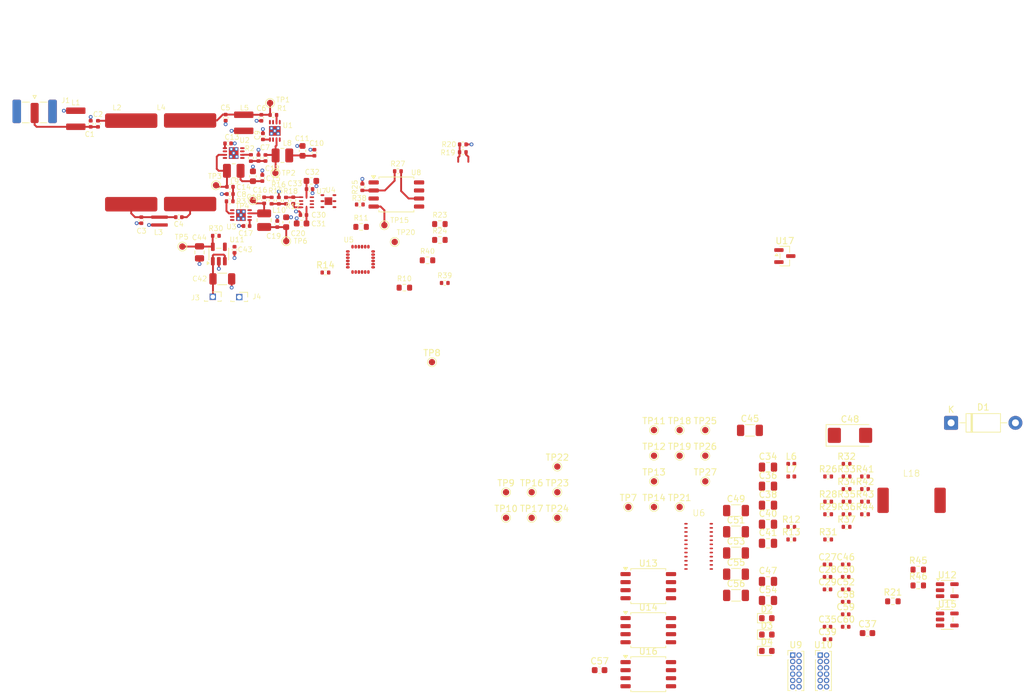
<source format=kicad_pcb>
(kicad_pcb (version 20241229) (generator "pcbnew") (generator_version "9.0")
  (layers (0 "F.Cu" signal) (4 "In1.Cu" signal) (6 "In2.Cu" signal) (2 "B.Cu" signal) (13 "F.Paste" user) (15 "B.Paste" user) (5 "F.SilkS" user "F.Silkscreen") (7 "B.SilkS" user "B.Silkscreen") (1 "F.Mask" user) (3 "B.Mask" user) (25 "Edge.Cuts" user))
  (net 0 "")
  (net 1 "Net-(J1-In)")
  (net 2 "GND")
  (net 3 "Net-(C2-Pad1)")
  (net 4 "Net-(C3-Pad1)")
  (net 5 "Net-(C4-Pad2)")
  (net 6 "Net-(C5-Pad1)")
  (net 7 "Net-(C12-Pad2)")
  (net 8 "Net-(C14-Pad2)")
  (net 9 "Net-(U1-CLIN)")
  (net 10 "5V_LNA")
  (net 11 "Net-(U1-RFOUT)")
  (net 12 "Net-(U2-CLIN)")
  (net 13 "Net-(U2-RFOUT)")
  (net 14 "Net-(U3-CLIN)")
  (net 15 "Net-(C18-Pad2)")
  (net 16 "Net-(U3-RFOUT)")
  (net 17 "Net-(U5-CC)")
  (net 18 "Net-(U5-RFOUTA)")
  (net 19 "Net-(U4-LO1)")
  (net 20 "Net-(U5-RFOUTB)")
  (net 21 "Net-(U4-LO2)")
  (net 22 "2.5V_DiffAmp")
  (net 23 "-2.5V_DiffAmp")
  (net 24 "Net-(U5-CN)")
  (net 25 "3.3V_PMOD")
  (net 26 "PLL_VTUNE")
  (net 27 "5V_ADC")
  (net 28 "Net-(U5-CP)")
  (net 29 "Net-(C37-Pad1)")
  (net 30 "Net-(U6-VBIAS)")
  (net 31 "VIN")
  (net 32 "Net-(U11-BP)")
  (net 33 "Net-(U11-VOUT)")
  (net 34 "Net-(U12-BP)")
  (net 35 "Net-(U12-VOUT)")
  (net 36 "Net-(U14-VREF)")
  (net 37 "Net-(U14-CC)")
  (net 38 "-5V_OPAMP")
  (net 39 "Net-(U15-BP)")
  (net 40 "Net-(U15-VOUT)")
  (net 41 "Net-(U16-CAP-)")
  (net 42 "Net-(U16-CAP+)")
  (net 43 "Net-(U8-+IN)")
  (net 44 "Net-(U13-+IN)")
  (net 45 "Net-(D1-K)")
  (net 46 "Net-(D2-A)")
  (net 47 "Net-(D3-A)")
  (net 48 "Net-(D4-A)")
  (net 49 "Net-(U5-L1)")
  (net 50 "Net-(U5-L2)")
  (net 51 "Net-(U1-RFIN)")
  (net 52 "Net-(U2-RFIN)")
  (net 53 "Net-(U3-RFIN)")
  (net 54 "Net-(U4-IF1)")
  (net 55 "Net-(R10-Pad2)")
  (net 56 "Net-(R11-Pad2)")
  (net 57 "Net-(U5-RSET)")
  (net 58 "Net-(R15-Pad2)")
  (net 59 "DIFF_IN-")
  (net 60 "DIFF_OUTP")
  (net 61 "DIFF_OUTN")
  (net 62 "Net-(U7-IN+)")
  (net 63 "Net-(R23-Pad2)")
  (net 64 "Net-(U4-IF2)")
  (net 65 "Net-(R24-Pad2)")
  (net 66 "Net-(U8--IN)")
  (net 67 "Net-(U8-VOUT)")
  (net 68 "Net-(U6-AIN+)")
  (net 69 "Net-(U13--IN)")
  (net 70 "Net-(U13-VOUT)")
  (net 71 "Net-(U6-AIN-)")
  (net 72 "Net-(U14-SS)")
  (net 73 "Net-(U16-FB)")
  (net 74 "2.5VREF")
  (net 90 "PLL_REF")
  (net 91 "PLL_DIVOUT")
  (net 92 "PLL_CLK")
  (net 93 "PLL_DATA")
  (net 94 "PLL_LE")
  (net 95 "PLL_LD")
  (net 96 "ADC_D1")
  (net 98 "ADC_D6")
  (net 99 "ADC_D3")
  (net 100 "Net-(U6-CLK)")
  (net 102 "ADC_D5")
  (net 103 "ADC_D2")
  (net 104 "ADC_D7")
  (net 106 "ADC_D4")
  (net 114 "5V_OPAMP")
  (footprint "Package_SO:SOIC-8_5.3x5.3mm_P1.27mm" (layer "F.Cu") (at 114.2 96.715)
    (property "Reference" "U14")
    (property "Value" "MAX 735" (hide yes))
  )
  (footprint "Resistor_SMD:R_0402_1005Metric" (layer "F.Cu") (at 136.78 80.39)
    (property "Reference" "R12")
    (property "Value" "4.7kR" (hide yes))
  )
  (footprint "Package_SO:SOIC-8_5.3x5.3mm_P1.27mm" (layer "F.Cu") (at 114.2 89.76)
    (property "Reference" "U13")
    (property "Value" "LT1363" (hide yes))
  )
  (footprint "TestPoint:TestPoint_Pad_D1.0mm" (layer "F.Cu") (at 99.835 78.965)
    (property "Reference" "TP24")
    (property "Value" "TestPoint" (hide yes))
  )
  (footprint "Resistor_SMD:R_0603_1608Metric" (layer "F.Cu") (at 68.85 32.99)
    (property "Reference" "R11")
    (property "Value" "22R" (hide yes))
  )
  (footprint "Capacitor_SMD:C_0805_2012Metric" (layer "F.Cu") (at 133.1 89.01)
    (property "Reference" "C47")
    (property "Value" "10u_16V" (hide yes))
  )
  (footprint "Capacitor_SMD:C_0402_1005Metric" (layer "F.Cu") (at 47.46 15.72 -90)
    (property "Reference" "C5")
    (property "Value" "75p_50V" (hide yes))
  )
  (footprint "Connector_PinHeader_1.00mm:PinHeader_2x06_P1.00mm_Vertical" (layer "F.Cu") (at 137 100.66)
    (property "Reference" "U9")
    (property "Value" "PMOD 2x6" (hide yes))
  )
  (footprint "Resistor_SMD:R_0402_1005Metric" (layer "F.Cu") (at 142.6 72.43)
    (property "Reference" "R26")
    (property "Value" "0R" (hide yes))
  )
  (footprint "Inductor_SMD:L_1008_2520Metric" (layer "F.Cu") (at 53.54 31.93 -90)
    (property "Reference" "L10")
    (property "Value" "470n" (hide yes))
  )
  (footprint "TestPoint:TestPoint_Pad_D1.0mm" (layer "F.Cu") (at 119.15 69.15)
    (property "Reference" "TP19")
    (property "Value" "TestPoint" (hide yes))
  )
  (footprint "Capacitor_SMD:C_0402_1005Metric" (layer "F.Cu") (at 50.77 32.85 180)
    (property "Reference" "C17")
    (property "Value" "1n_50V" (hide yes))
  )
  (footprint "Resistor_SMD:R_0402_1005Metric" (layer "F.Cu") (at 142.6 78.4)
    (property "Reference" "R29")
    (property "Value" "50R" (hide yes))
  )
  (footprint "Resistor_SMD:R_0402_1005Metric" (layer "F.Cu") (at 56.99 28.84 90)
    (property "Reference" "R17")
    (property "Value" "976R" (hide yes))
  )
  (footprint "Capacitor_SMD:C_0805_2012Metric" (layer "F.Cu") (at 133.1 79.98)
    (property "Reference" "C40")
    (property "Value" "10uF" (hide yes))
  )
  (footprint "TheEEView_Footprint_Lib:1111SQ-36N" (layer "F.Cu") (at 50.32 16.54 -90)
    (property "Reference" "L5")
    (property "Value" "36n" (hide yes))
  )
  (footprint "Resistor_SMD:R_0402_1005Metric" (layer "F.Cu") (at 84.92 19.955)
    (property "Reference" "R20")
    (property "Value" "1kR" (hide yes))
  )
  (footprint "TheEEView_Footprint_Lib:ADL5531" (layer "F.Cu") (at 48.725 21.325 180)
    (property "Reference" "U2")
    (property "Value" "ADL5531" (hide yes))
  )
  (footprint "TestPoint:TestPoint_Pad_D1.0mm" (layer "F.Cu") (at 123.2 69.15)
    (property "Reference" "TP26")
    (property "Value" "TestPoint" (hide yes))
  )
  (footprint "Resistor_SMD:R_0402_1005Metric" (layer "F.Cu") (at 142.6 76.41)
    (property "Reference" "R28")
    (property "Value" "50R" (hide yes))
  )
  (footprint "Capacitor_SMD:C_0402_1005Metric" (layer "F.Cu") (at 53.25 25.275 90)
    (property "Reference" "C15")
    (property "Value" "10n_25V" (hide yes))
  )
  (footprint "Resistor_SMD:R_0603_1608Metric" (layer "F.Cu") (at 79.335 38.27)
    (property "Reference" "R40")
    (property "Value" "50R" (hide yes))
  )
  (footprint "Resistor_SMD:R_0402_1005Metric" (layer "F.Cu") (at 63.22 40.2)
    (property "Reference" "R14")
    (property "Value" "51R" (hide yes))
  )
  (footprint "Resistor_SMD:R_0402_1005Metric" (layer "F.Cu") (at 145.51 72.43)
    (property "Reference" "R33")
    (property "Value" "130k" (hide yes))
  )
  (footprint "Inductor_SMD:L_1008_2520Metric" (layer "F.Cu") (at 56.425 21.7)
    (property "Reference" "L8")
    (property "Value" "470n" (hide yes))
  )
  (footprint "TestPoint:TestPoint_Pad_D1.0mm" (layer "F.Cu") (at 95.785 74.915)
    (property "Reference" "TP16")
    (property "Value" "~" (hide yes))
  )
  (footprint "Capacitor_SMD:C_0402_1005Metric" (layer "F.Cu") (at 26.15 16.7 90)
    (property "Reference" "C1")
    (property "Value" "75p_50V" (hide yes))
  )
  (footprint "Capacitor_SMD:C_0805_2012Metric" (layer "F.Cu") (at 133.1 82.99)
    (property "Reference" "C41")
    (property "Value" "10uF" (hide yes))
  )
  (footprint "Capacitor_SMD:C_0402_1005Metric" (layer "F.Cu") (at 61.475 21.275 90)
    (property "Reference" "C10")
    (property "Value" "10n_25V" (hide yes))
  )
  (footprint "Resistor_SMD:R_0402_1005Metric" (layer "F.Cu") (at 142.6 82.38)
    (property "Reference" "R31")
    (property "Value" "0R" (hide yes))
  )
  (footprint "TheEEView_Footprint_Lib:LTC1406" (layer "F.Cu") (at 122.15 83.475)
    (property "Reference" "U6")
    (property "Value" "LTC1406" (hide yes))
  )
  (footprint "TheEEView_Footprint_Lib:1111SQ-36N" (layer "F.Cu") (at 23.8 15.9 90)
    (property "Reference" "L1")
    (property "Value" "36n" (hide yes))
  )
  (footprint "Resistor_SMD:R_0402_1005Metric" (layer "F.Cu") (at 48.1 28.95 180)
    (property "Reference" "R3")
    (property "Value" "0R" (hide yes))
  )
  (footprint "Capacitor_SMD:C_0805_2012Metric" (layer "F.Cu") (at 133.1 70.95)
    (property "Reference" "C34")
    (property "Value" "10uF" (hide yes))
  )
  (footprint "Resistor_SMD:R_0402_1005Metric" (layer "F.Cu") (at 145.51 74.42)
    (property "Reference" "R34")
    (property "Value" "300k" (hide yes))
  )
  (footprint "Capacitor_SMD:C_0402_1005Metric" (layer "F.Cu") (at 27.3 16.7 -90)
    (property "Reference" "C2")
    (property "Value" "5p1_50V" (hide yes))
  )
  (footprint "Package_SO:SOIC-8_5.3x5.3mm_P1.27mm" (layer "F.Cu") (at 74.42 27.87)
    (property "Reference" "U8")
    (property "Value" "LT1363" (hide yes))
  )
  (footprint "TestPoint:TestPoint_Pad_D1.0mm" (layer "F.Cu") (at 119.15 65.1)
    (property "Reference" "TP18")
    (property "Value" "TestPoint" (hide yes))
  )
  (footprint "Capacitor_SMD:C_0402_1005Metric" (layer "F.Cu") (at 48.86 36.6025 90)
    (property "Reference" "C43")
    (property "Value" "10n_25V" (hide yes))
  )
  (footprint "TheEEView_Footprint_Lib:ADL5531" (layer "F.Cu") (at 55.225 17.82 -90)
    (property "Reference" "U1")
    (property "Value" "ADL5531" (hide yes))
  )
  (footprint "TheEEView_Footprint_Lib:ADF4360-9" (layer "F.Cu") (at 68.75 38.12)
    (property "Reference" "U5")
    (property "Value" "ADF4360-9" (hide yes))
  )
  (footprint "Capacitor_SMD:C_0402_1005Metric" (layer "F.Cu") (at 142.5 96.18)
    (property "Reference" "C35")
    (property "Value" "56pF" (hide yes))
  )
  (footprint "Package_TO_SOT_SMD:SOT-23" (layer "F.Cu") (at 135.7625 37.6)
    (property "Reference" "U17")
    (property "Value" "MAX6102" (hide yes))
  )
  (footprint "TestPoint:TestPoint_Pad_D1.0mm" (layer "F.Cu") (at 74.16 35.37)
    (property "Reference" "TP20")
    (property "Value" "TestPoint" (hide yes))
  )
  (footprint "TheEEView_Footprint_Lib:ADL5531" (layer "F.Cu") (at 49.875 31.125)
    (property "Reference" "U3")
    (property "Value" "ADL5531" (hide yes))
  )
  (footprint "Capacitor_SMD:C_0402_1005Metric" (layer "F.Cu") (at 40.06 31.45)
    (property "Reference" "C4")
    (property "Value" "5p1_50V" (hide yes))
  )
  (footprint "Inductor_SMD:L_0402_1005Metric" (layer "F.Cu") (at 136.78 72.43)
    (property "Reference" "L7")
    (property "Value" "250n" (hide yes))
  )
  (footprint "Resistor_SMD:R_0402_1005Metric" (layer "F.Cu") (at 136.78 82.38)
    (property "Reference" "R13")
    (property "Value" "51R" (hide yes))
  )
  (footprint "Capacitor_SMD:C_0402_1005Metric" (layer "F.Cu") (at 145.37 86.33)
    (property "Reference" "C46")
    (property "Value" "10n_25V" (hide yes))
  )
  (footprint "Capacitor_SMD:C_0402_1005Metric" (layer "F.Cu") (at 34.15 31.93 -90)
    (property "Reference" "C3")
    (property "Value" "240p_50V" (hide yes))
  )
  (footprint "LED_SMD:LED_0603_1608Metric" (layer "F.Cu") (at 132.92 100)
    (property "Reference" "D4")
    (property "Value" "LED" (hide yes))
  )
  (footprint "TestPoint:TestPoint_Pad_D1.0mm" (layer "F.Cu") (at 91.735 74.915)
    (property "Reference" "TP9")
    (property "Value" "TestPoint" (hide yes))
  )
  (footprint "TestPoint:TestPoint_Pad_D1.0mm" (layer "F.Cu") (at 119.15 77.25)
    (property "Reference" "TP21")
    (property "Value" "TestPoint" (hide yes))
  )
  (footprint "Resistor_SMD:R_0402_1005Metric" (layer "F.Cu") (at 51.45 22.1 90)
    (property "Reference" "R2")
    (property "Value" "0R" (hide yes))
  )
  (footprint "Capacitor_SMD:C_0603_1608Metric" (layer "F.Cu") (at 148.81 97.18)
    (property "Reference" "C37")
    (property "Value" "2.2nF" (hide yes))
  )
  (footprint "Capacitor_SMD:C_1206_3216Metric" (layer "F.Cu") (at 128.05 77.82)
    (property "Reference" "C49")
    (property "Value" "10uF" (hide yes))
  )
  (footprint "TestPoint:TestPoint_Pad_D1.0mm" (layer "F.Cu") (at 55.32 24.47)
    (property "Reference" "TP2")
    (property "Value" "TestPoint" (hide yes))
  )
  (footprint "Resistor_SMD:R_0402_1005Metric" (layer "F.Cu") (at 54.995 15.3)
    (property "Reference" "R1")
    (property "Value" "0R" (hide yes))
  )
  (footprint "Inductor_SMD:L_0402_1005Metric" (layer "F.Cu") (at 136.78 70.44)
    (property "Reference" "L6")
    (property "Value" "250n" (hide yes))
  )
  (footprint "Capacitor_SMD:C_0402_1005Metric" (layer "F.Cu") (at 60.71 27.01 180)
    (property "Reference" "C33")
    (property "Value" "0.1uF" (hide yes))
  )
  (footprint "Resistor_SMD:R_0603_1608Metric" (layer "F.Cu") (at 156.83 87.14)
    (property "Reference" "R45")
    (property "Value" "150R" (hide yes))
  )
  (footprint "TheEEView_Footprint_Lib:PE4140B-Z" (layer "F.Cu") (at 63.69 28.92)
    (property "Reference" "U4")
    (property "Value" "PE4140B-Z" (hide yes))
  )
  (footprint "TestPoint:TestPoint_Pad_D1.0mm" (layer "F.Cu") (at 115.1 73.2)
    (property "Reference" "TP13")
    (property "Value" "TestPoint" (hide yes))
  )
  (footprint "Capacitor_SMD:C_1206_3216Metric" (layer "F.Cu") (at 128.05 87.87)
    (property "Reference" "C55")
    (property "Value" "4.7uF" (hide yes))
  )
  (footprint "Resistor_SMD:R_0402_1005Metric" (layer "F.Cu") (at 45.9225 34.3975)
    (property "Reference" "R30")
    (property "Value" "0R" (hide yes))
  )
  (footprint "LED_SMD:LED_0603_1608Metric" (layer "F.Cu") (at 132.92 97.41)
    (property "Reference" "D3")
    (property "Value" "LED" (hide yes))
  )
  (footprint "TheEEView_Footprint_Lib:2929SQ-501GEC" (layer "F.Cu") (at 41.85 22.775 90)
    (property "Reference" "L4")
    (property "Value" "500n" (hide yes))
  )
  (footprint "TestPoint:TestPoint_Pad_D1.0mm" (layer "F.Cu") (at 40.6225 36.0975)
    (property "Reference" "TP5")
    (property "Value" "~" (hide yes))
  )
  (footprint "Capacitor_SMD:C_0402_1005Metric" (layer "F.Cu") (at 53.54 28.79 90)
    (property "Reference" "C18")
    (property "Value" "10n_25V" (hide yes))
  )
  (footprint "Capacitor_SMD:C_0805_2012Metric" (layer "F.Cu") (at 133.1 73.96)
    (property "Reference" "C36")
    (property "Value" "10uF" (hide yes))
  )
  (footprint "Capacitor_SMD:C_0603_1608Metric" (layer "F.Cu") (at 106.51 103.03)
    (property "Reference" "C57")
    (property "Value" "1uF" (hide yes))
  )
  (footprint "Package_SO:SOIC-8_5.3x5.3mm_P1.27mm" (layer "F.Cu") (at 114.2 103.67)
    (property "Reference" "U16")
    (property "Value" "MAX889SESA" (hide yes))
  )
  (footprint "Resistor_SMD:R_0603_1608Metric" (layer "F.Cu") (at 156.83 89.65)
    (property "Reference" "R46")
    (property "Value" "150R" (hide yes))
  )
  (footprint "Capacitor_SMD:C_0805_2012Metric" (layer "F.Cu") (at 43.335 37.01 90)
    (property "Reference" "C44")
    (property "Value" "10u_16V" (hide yes))
  )
  (footprint "Resistor_SMD:R_0603_1608Metric" (layer "F.Cu") (at 152.82 92.16)
    (property "Reference" "R21")
    (property "Value" "50R" (hide yes))
  )
  (footprint "Capacitor_SMD:C_0402_1005Metric" (layer "F.Cu") (at 53.1 15.75 -90)
    (property "Reference" "C6")
    (property "Value" "5p1_50V" (hide yes))
  )
  (footprint "Capacitor_SMD:C_0603_1608Metric" (layer "F.Cu") (at 57.015 32.245 90)
    (property "Reference" "C20")
    (property "Value" "1u_16V" (hide yes))
  )
  (footprint "Capacitor_SMD:C_0402_1005Metric" (layer "F.Cu") (at 47.84 19.8)
    (property "Reference" "C13")
    (property "Value" "1n_50V" (hide yes))
  )
  (footprint "Capacitor_SMD:C_0402_1005Metric" (layer "F.Cu") (at 145.37 90.27)
    (property "Reference" "C52")
    (property "Value" "10n_25V" (hide yes))
  )
  (footprint "TestPoint:TestPoint_Pad_D1.0mm" (layer "F.Cu") (at 54.48 13.41)
    (property "Reference" "TP1")
    (property "Value" "TestPoint" (hide yes))
  )
  (footprint "Resistor_SMD:R_0402_1005Metric" (layer "F.Cu") (at 145.51 78.4)
    (property "Reference" "R36")
    (property "Value" "100k" (hide yes))
  )
  (footprint "Resistor_SMD:R_0402_1005Metric" (layer "F.Cu") (at 55.86 28.84 -90)
    (property "Reference" "R16")
    (property "Value" "51.1R" (hide yes))
  )
  (footprint "Package_TO_SOT_SMD:SOT-23-5" (layer "F.Cu") (at 46.385 37.2725 90)
    (property "Reference" "U11")
    (property "Value" "LP2985-5.0" (hide yes))
  )
  (footprint "Resistor_SMD:R_0402_1005Metric" (layer "F.Cu") (at 58.14 28.81 90)
    (property "Reference" "R18")
    (property "Value" "1kR" (hide yes))
  )
  (footprint "Resistor_SMD:R_0402_1005Metric" (layer "F.Cu") (at 69.05 26.71 90)
    (property "Reference" "R25")
    (property "Value" "50R" (hide yes))
  )
  (footprint "Capacitor_SMD:C_0805_2012Metric" (layer "F.Cu") (at 133.1 76.97)
    (property "Reference" "C38")
    (property "Value" "10uF" (hide yes))
  )
  (footprint "Capacitor_SMD:C_0402_1005Metric" (layer "F.Cu") (at 48.15 26.65)
    (property "Reference" "C14")
    (property "Value" "10n_25V" (hide yes))
  )
  (footprint "Capacitor_SMD:C_1206_3216Metric" (layer "F.Cu") (at 128.05 84.52)
    (property "Reference" "C53")
    (property "Value" "10u_50V" (hide yes))
  )
  (footprint "Capacitor_SMD:C_0402_1005Metric" (layer "F.Cu") (at 142.5 98.15)
    (property "Reference" "C39")
    (property "Value" "150pF" (hide yes))
  )
  (footprint "TheEEView_Footprint_Lib:2929SQ-501GEC" (layer "F.Cu") (at 32.55 22.805 -90)
    (property "Reference" "L2")
    (property "Value" "500n" (hide yes))
  )
  (footprint "Resistor_SMD:R_0402_1005Metric" (layer "F.Cu") (at 145.51 70.44)
    (property "Reference" "R32")
    (property "Value" "0R" (hide yes))
  )
  (footprint "Resistor_SMD:R_0603_1608Metric" (layer "F.Cu") (at 81.29 32.54)
    (property "Reference" "R23")
    (property "Value" "22R" (hide yes))
  )
  (footprint "TestPoint:TestPoint_Pad_D1.0mm" (layer "F.Cu") (at 99.835 70.865)
    (property "Reference" "TP22")
    (property "Value" "TestPoint" (hide yes))
  )
  (footprint "Package_TO_SOT_SMD:SOT-23-5" (layer "F.Cu") (at 161.41 90.4)
    (property "Reference" "U12")
    (property "Value" "LP2985-5.0" (hide yes))
  )
  (footprint "TheEEView_Footprint_Lib:SRU1028A-100Y" (layer "F.Cu") (at 155.775 76.195)
    (property "Reference" "L18")
    (property "Value" "10u" (hide yes))
  )
  (footprint "Capacitor_SMD:C_0402_1005Metric" (layer "F.Cu") (at 52.65 22.1 90)
    (property "Reference" "C7")
    (property "Value" "5p1_50V" (hide yes))
  )
  (footprint "TestPoint:TestPoint_Pad_D1.0mm" (layer "F.Cu") (at 91.735 78.965)
    (property "Reference" "TP10")
    (property "Value" "TestPoint" (hide yes))
  )
  (footprint "TestPoint:TestPoint_Pad_D1.0mm" (layer "F.Cu") (at 111.05 77.25)
    (property "Reference" "TP7")
    (property "Value" "~" (hide yes))
  )
  (footprint "Resistor_SMD:R_0402_1005Metric" (layer "F.Cu") (at 148.42 76.41)
    (property "Reference" "R43")
    (property "Value" "470R" (hide yes))
  )
  (footprint "TestPoint:TestPoint_Pad_D1.0mm" (layer "F.Cu") (at 115.1 65.1)
    (property "Reference" "TP11")
    (property "Value" "TestPoint" (hide yes))
  )
  (footprint "Resistor_SMD:R_0402_1005Metric" (layer "F.Cu") (at 145.51 80.39)
    (property "Reference" "R37")
    (property "Value" "66.5k" (hide yes))
  )
  (footprint "Connector_Coaxial:SMA_Samtec_SMA-J-P-H-ST-EM1_EdgeMount" (layer "F.Cu") (at 17.3 14.9875 -90)
    (property "Reference" "J1")
    (property "Value" "Conn_Coaxial" (hide yes))
  )
  (footprint "Capacitor_SMD:C_0402_1005Metric" (layer "F.Cu") (at 55.615 32.545 90)
    (property "Reference" "C19")
    (property "Value" "10n_25V" (hide yes))
  )
  (footprint "Capacitor_SMD:C_0402_1005Metric" (layer "F.Cu") (at 53.75 22.1 -90)
    (property "Reference" "C12")
    (property "Value" "10n_25V" (hide yes))
  )
  (footprint "Diode_THT:D_DO-41_SOD81_P10.16mm_Horizontal" (layer "F.Cu") (at 162.015 63.955)
    (property "Reference" "D1")
    (property "Value" "1N5817" (hide yes))
  )
  (footprint "TheEEView_Footprint_Lib:THS4551" (layer "F.Cu") (at 60.23 29.1 180)
    (property "Reference" "U7")
    (property "Value" "THS4551" (hide yes))
  )
  (footprint "Capacitor_SMD:C_0603_1608Metric" (layer "F.Cu") (at 61 25.72 180)
    (property "Reference" "C32")
    (property "Value" "2.2uF" (hide yes))
  )
  (footprint "TestPoint:TestPoint_Pad_D1.0mm" (layer "F.Cu") (at 95.785 78.965)
    (property "Reference" "TP17")
    (property "Value" "~" (hide yes))
  )
  (footprint "Capacitor_SMD:C_1206_3216Metric" (layer "F.Cu") (at 46.935 41.21 180)
    (property "Reference" "C42")
    (property "Value" "10u_50V" (hide yes))
  )
  (footprint "Capacitor_SMD:C_0603_1608Metric" (layer "F.Cu") (at 59.45 32.45)
    (property "Reference" "C31")
    (property "Value" "2.2uF" (hide yes))
  )
  (footprint "Capacitor_SMD:C_0402_1005Metric" (layer "F.Cu") (at 142.5 90.27)
    (property "Reference" "C29")
    (property "Value" "100p_50V" (hide yes))
  )
  (footprint "Resistor_SMD:R_0402_1005Metric" (layer "F.Cu") (at 68.65 29.45)
    (property "Reference" "R38")
    (property "Value" "50R" (hide yes))
  )
  (footprint "Capacitor_SMD:C_0603_1608Metric" (layer "F.Cu") (at 59.6 20.975 90)
    (property "Reference" "C11")
    (property "Value" "1u_16V" (hide yes))
  )
  (footprint "Capacitor_SMD:C_0402_1005Metric" (layer "F.Cu") (at 145.37 88.3)
    (property "Reference" "C50")
    (property "Value" "82pF_16V" (hide yes))
  )
  (footprint "TestPoint:TestPoint_Pad_D1.0mm" (layer "F.Cu") (at 115.1 77.25)
    (property "Reference" "TP14")
    (property "Value" "TestPoint" (hide yes))
  )
  (footprint "TestPoint:TestPoint_Pad_D1.0mm" (layer "F.Cu") (at 123.2 73.2)
    (property "Reference" "TP27")
    (property "Value" "~" (hide yes))
  )
  (footprint "Resistor_SMD:R_0402_1005Metric" (layer "F.Cu") (at 82.06 41.85)
    (property "Reference" "R39")
    (property "Value" "50R" (hide yes))
  )
  (footprint "Capacitor_SMD:C_1206_3216Metric" (layer "F.Cu") (at 128.05 91.22)
    (property "Reference" "C56")
    (property "Value" "4.7uF" (hide yes))
  )
  (footprint "Capacitor_SMD:C_0402_1005Metric" (layer "F.Cu") (at 48.15 27.8 180)
    (property "Reference" "C8")
    (property "Value" "5p1_50V" (hide yes))
  )
  (footprint "Capacitor_SMD:C_0402_1005Metric" (layer "F.Cu") (at 142.5 88.3)
    (property "Reference" "C28")
    (property "Value" "100p_50V" (hide yes))
  )
  (footprint "Resistor_SMD:R_0402_1005Metric" (layer "F.Cu") (at 54.72 28.83 -90)
    (property "Reference" "R15")
    (property "Value" "50R" (hide yes))
  )
  (footprint "TheEEView_Footprint_Lib:0807SQ-11N" (layer "F.Cu") (at 37.02 32.07 -90)
    (property "Reference" "L3")
    (property "Value" "11n2" (hide yes))
  )
  (footprint "Connector_PinSocket_1.27mm:PinSocket_1x01_P1.27mm_Vertical" (layer "F.Cu") (at 45.435 44.035)
    (property "Reference" "J3")
    (property "Value" "Conn_01x01_Socket" (hide yes))
  )
  (footprint "TestPoint:TestPoint_Pad_D1.0mm" (layer "F.Cu") (at 115.1 69.15)
    (property "Reference" "TP12")
    (property "Value" "TestPoint" (hide yes))
  )
  (footprint "Capacitor_SMD:C_0402_1005Metric" (layer "F.Cu") (at 59.75 31.11)
    (property "Reference" "C30")
    (property "Value" "0.1uF" (hide yes))
  )
  (footprint "Resistor_SMD:R_0402_1005Metric" (layer "F.Cu") (at 84.91 21.18 180)
    (property "Reference" "R19")
    (property "Value" "1kR" (hide yes))
  )
  (footprint "Resistor_SMD:R_0402_1005Metric" (layer "F.Cu") (at 74.66 24.19)
    (property "Reference" "R27")
    (property "Value" "50R" (hide yes))
  )
  (footprint "TestPoint:TestPoint_Pad_D1.0mm" (layer "F.Cu") (at 99.835 74.915)
    (property "Reference" "TP23")
    (property "Value" "TestPoint" (hide yes))
  )
  (footprint "Capacitor_SMD:C_0402_1005Metric" (layer "F.Cu") (at 53.35 18.695 90)
    (property "Reference" "C9")
    (property "Value" "1n_50V" (hide yes))
  )
  (footprint "Capacitor_SMD:C_0603_1608Metric" (layer "F.Cu") (at 51.77 24.99 90)
    (property "Reference" "C16")
    (property "Value" "1u_16V" (hide yes))
  )
  (footprint "Capacitor_SMD:C_0402_1005Metric" (layer "F.Cu") (at 145.37 92.24)
    (property "Reference" "C58")
    (property "Value" "10n_25V" (hide yes))
  )
  (footprint "Capacitor_SMD:C_0402_1005Metric" (layer "F.Cu") (at 142.5 86.33)
    (property "Reference" "C27")
    (property "Value" "1n_50V" (hide yes))
  )
  (footprint "TestPoint:TestPoint_Pad_D1.0mm" (layer "F.Cu") (at 72.53 32.72)
    (property "Reference" "TP15")
    (property "Value" "~" (hide yes))
  )
  (footprint "TestPoint:TestPoint_Pad_D1.0mm" (layer "F.Cu") (at 123.2 65.1)
    (property "Reference" "TP25")
    (property "Value" "TestPoint" (hide yes))
  )
  (footprint "TestPoint:TestPoint_Pad_D1.0mm" (layer "F.Cu") (at 57.03 35.24)
    (property "Reference" "TP6")
    (property "Value" "~" (hide yes))
  )
  (footprint "Resistor_SMD:R_0402_1005Metric" (layer "F.Cu") (at 148.42 72.43)
    (property "Reference" "R41")
    (property "Value" "12kR" (hide yes))
  )
  (footprint "TestPoint:TestPoint_Pad_D1.0mm" (layer "F.Cu") (at 51.74 28.76)
    (property "Reference" "TP4")
    (property "Value" "TestPoint" (hide yes))
  )
  (footprint "Connector_PinSocket_1.27mm:PinSocket_1x01_P1.27mm_Vertical" (layer "F.Cu") (at 49.61 44.085)
    (property "Reference" "J4")
    (property "Value" "Conn_01x01_Socket" (hide yes))
  )
  (footprint "TestPoint:TestPoint_Pad_D1.0mm" (layer "F.Cu") (at 45.94 26.41)
    (property "Reference" "TP3")
    (property "Value" "TestPoint" (hide yes))
  )
  (footprint "Capacitor_SMD:C_1206_3216Metric" (layer "F.Cu") (at 128.05 81.17)
    (property "Reference" "C51")
    (property "Value" "10uF" (hide yes))
  )
  (footprint "Resistor_SMD:R_0402_1005Metric" (layer "F.Cu") (at 148.42 78.4)
    (property "Reference" "R44")
    (property "Value" "470R" (hide yes))
  )
  (footprint "LED_SMD:LED_0603_1608Metric" (layer "F.Cu") (at 132.92 94.82)
    (property "Reference" "D2")
    (property "Value" "LED" (hide yes))
  )
  (footprint "Capacitor_SMD:C_0402_1005Metric" (layer "F.Cu") (at 145.37 94.21)
    (property "Reference" "C59")
    (property "Value" "10n_25V" (hide yes))
  )
  (footprint "Resistor_SMD:R_0402_1005Metric" (layer "F.Cu") (at 148.42 74.42)
    (property "Reference" "R42")
    (property "Value" "5.6kR" (hide yes))
  )
  (footprint "Capacitor_Tantalum_SMD:CP_EIA-6032-15_Kemet-U" (layer "F.Cu") (at 146.05 65.93)
    (property "Reference" "C48")
    (property "Value" "47uF" (hide yes))
  )
  (footprint "TestPoint:TestPoint_Pad_D1.0mm" (layer "F.Cu") (at 80.04 54.36)
    (property "Reference" "TP8")
    (property "Value" "~" (hide yes))
  )
  (footprint "Resistor_SMD:R_0603_1608Metric" (layer "F.Cu") (at 75.685 42.59)
    (property "Reference" "R10")
    (property "Value" "22R" (hide yes))
  )
  (footprint "Capacitor_SMD:C_0805_2012Metric" (layer "F.Cu") (at 133.1 92.02)
    (property "Reference" "C54")
    (property "Value" "10u_16V" (hide yes))
  )
  (footprint "Resistor_SMD:R_0603_1608Metric" (layer "F.Cu") (at 81.29 35.05)
    (property "Reference" "R24")
    (property "Value" "22R" (hide yes))
  )
  (footprint "Inductor_SMD:L_1008_2520Metric" (layer "F.Cu") (at 48.74 24.12)
    (property "Reference" "L9")
    (property "Value" "470n" (hide yes))
  )
  (footprint "Capacitor_SMD:C_0402_1005Metric" (layer "F.Cu") (at 145.37 96.18)
    (property "Reference" "C60")
    (property "Value" "0.1uF" (hide yes))
  )
  (footprint "Connector_PinHeader_1.00mm:PinHeader_2x06_P1.00mm_Vertical" (layer "F.Cu") (at 141.35 100.66)
    (property "Reference" "U10")
    (property "Value" "PMOD 2x6" (hide yes))
  )
  (footprint "Package_TO_SOT_SMD:SOT-23-5" (layer "F.Cu") (at 161.41 95.025)
    (property "Reference" "U15")
    (property "Value" "LP2985-2.5" (hide yes))
  )
  (footprint "Resistor_SMD:R_0402_1005Metric" (layer "F.Cu") (at 145.51 76.41)
    (property "Reference" "R35")
    (property "Value" "0R" (hide yes))
  )
  (footprint "Capacitor_SMD:C_1206_3216Metric" (layer "F.Cu") (at 130.25 65.14)
    (property "Reference" "C45")
    (property "Value" "10u_50V" (hide yes))
  )
  (segment (start 23.8 17.17) (end 26.14 17.17) (width 0.3) (layer "F.Cu") (net 1))
  (segment (start 26.15 17.18) (end 27.3 17.18) (width 0.3) (layer "F.Cu") (net 1))
  (segment (start 26.14 17.17) (end 26.15 17.18) (width 0.3) (layer "F.Cu") (net 1))
  (segment (start 23.8 17.17) (end 17.61 17.17) (width 0.3) (layer "F.Cu") (net 1))
  (segment (start 17.3 16.86) (end 17.3 14.9875) (width 0.3) (layer "F.Cu") (net 1))
  (segment (start 25.96 17.17) (end 25.95 17.18) (width 0.2) (layer "F.Cu") (net 1))
  (segment (start 17.61 17.17) (end 17.3 16.86) (width 0.3) (layer "F.Cu") (net 1))
  (segment (start 59.08 30.55) (end 58.57 30.55) (width 0.3) (layer "F.Cu") (net 2))
  (segment (start 53.25 24.795) (end 53.25 24.075) (width 0.3) (layer "F.Cu") (net 2))
  (segment (start 21.91 14.63) (end 21.77 14.63) (width 0.2) (layer "F.Cu") (net 2))
  (segment (start 21.77 14.63) (end 23.8 14.63) (width 0.3) (layer "F.Cu") (net 2))
  (segment (start 59.6 20.2) (end 58.77 20.2) (width 0.3) (layer "F.Cu") (net 2))
  (segment (start 34.145 32.56) (end 34.15 32.555) (width 0.2) (layer "F.Cu") (net 2))
  (segment (start 55.615 31.4) (end 55.615 32.065) (width 0.3) (layer "F.Cu") (net 2))
  (segment (start 55.86 28.33) (end 55.86 27.41) (width 0.3) (layer "F.Cu") (net 2))
  (segment (start 26.15 16.22) (end 26.15 15.62) (width 0.3) (layer "F.Cu") (net 2))
  (segment (start 52.65 21.62) (end 52.65 20.8) (width 0.3) (layer "F.Cu") (net 2))
  (segment (start 61.475 20.795) (end 60.85 20.795) (width 0.3) (layer "F.Cu") (net 2))
  (segment (start 59.27 31.11) (end 59.27 30.74) (width 0.3) (layer "F.Cu") (net 2))
  (segment (start 61.775 26.525) (end 61.8 26.55) (width 0.2) (layer "F.Cu") (net 2))
  (segment (start 69.05 26.2) (end 69.05 25.41) (width 0.3) (layer "F.Cu") (net 2))
  (segment (start 50.32 17.81) (end 48.4 17.81) (width 0.3) (layer "F.Cu") (net 2))
  (segment (start 35.36 32.69) (end 37.02 32.69) (width 0.3) (layer "F.Cu") (net 2))
  (segment (start 34.15 32.41) (end 33.41 32.41) (width 0.3) (layer "F.Cu") (net 2))
  (segment (start 61.775 25.72) (end 61.775 26.525) (width 0.3) (layer "F.Cu") (net 2))
  (segment (start 57.015 31.47) (end 57.79 31.47) (width 0.3) (layer "F.Cu") (net 2))
  (segment (start 53.095 16.225) (end 53.1 16.23) (width 0.2) (layer "F.Cu") (net 2))
  (segment (start 46.85 27.8) (end 47.62 27.8) (width 0.3) (layer "F.Cu") (net 2))
  (segment (start 61.19 27.01) (end 61.19 27.65) (width 0.3) (layer "F.Cu") (net 2))
  (segment (start 61.19 27.65) (end 61.18 27.66) (width 0.2) (layer "F.Cu") (net 2))
  (segment (start 58.675 32.45) (end 58.675 31.63) (width 0.3) (layer "F.Cu") (net 2))
  (segment (start 59.27 30.74) (end 59.08 30.55) (width 0.3) (layer "F.Cu") (net 2))
  (segment (start 52.35 16.225) (end 53.095 16.225) (width 0.3) (layer "F.Cu") (net 2))
  (segment (start 51.77 24.215) (end 51.77 23.46) (width 0.3) (layer "F.Cu") (net 2))
  (segment (start 48.41 41.21) (end 48.41 42.58) (width 0.3) (layer "F.Cu") (net 2))
  (segment (start 53.35 17.55) (end 53.34 17.54) (width 0.2) (layer "F.Cu") (net 2))
  (segment (start 46.385 38.41) (end 46.385 39.61) (width 0.3) (layer "F.Cu") (net 2))
  (segment (start 47.46 16.2) (end 47.46 16.77) (width 0.3) (layer "F.Cu") (net 2))
  (segment (start 49.56 32.83) (end 50.27 32.83) (width 0.3) (layer "F.Cu") (net 2))
  (segment (start 48.32 19.8) (end 48.9 19.8) (width 0.3) (layer "F.Cu") (net 2))
  (segment (start 57.99 31.47) (end 57.79 31.47) (width 0.2) (layer "F.Cu") (net 2))
  (segment (start 48.86 37.0825) (end 48.86 37.91) (width 0.3) (layer "F.Cu") (net 2))
  (segment (start 58.6025 20.25) (end 58.5775 20.225) (width 0.2) (layer "F.Cu") (net 2))
  (segment (start 53.35 18.215) (end 53.35 17.55) (width 0.3) (layer "F.Cu") (net 2))
  (segment (start 85.43 19.955) (end 86.285 19.955) (width 0.3) (layer "F.Cu") (net 2))
  (segment (start 43.335 37.96) (end 43.335 38.85) (width 0.3) (layer "F.Cu") (net 2))
  (segment (start 50.27 32.83) (end 50.29 32.85) (width 0.2) (layer "F.Cu") (net 2))
  (segment (start 58.675 31.515) (end 58.675 31.63) (width 0.2) (layer "F.Cu") (net 2))
  (segment (start 25.955 16.225) (end 25.95 16.22) (width 0.2) (layer "F.Cu") (net 2))
  (via (at 54.7 18.25) (size 0.6) (drill 0.3) (layers "F.Cu" "B.Cu") (net 2))
  (via (at 49.875 31.125) (size 0.6) (drill 0.3) (layers "F.Cu" "B.Cu") (net 2))
  (via (at 48.9 19.8) (size 0.6) (drill 0.3) (layers "F.Cu" "B.Cu") (net 2))
  (via (at 86.285 19.955) (size 0.6) (drill 0.3) (layers "F.Cu" "B.Cu") (net 2))
  (via (at 50.25 31.7) (size 0.6) (drill 0.3) (layers "F.Cu" "B.Cu") (net 2))
  (via (at 35.36 32.69) (size 0.6) (drill 0.3) (layers "F.Cu" "B.Cu") (net 2))
  (via (at 46.385 39.61) (size 0.6) (drill 0.3) (layers "F.Cu" "B.Cu") (net 2))
  (via (at 55.86 27.41) (size 0.6) (drill 0.3) (layers "F.Cu" "B.Cu") (net 2))
  (via (at 58.57 30.55) (size 0.6) (drill 0.3) (layers "F.Cu" "B.Cu") (net 2))
  (via (at 49.15 20.7) (size 0.6) (drill 0.3) (layers "F.Cu" "B.Cu") (net 2))
  (via (at 60.85 20.795) (size 0.6) (drill 0.3) (layers "F.Cu" "B.Cu") (net 2))
  (via (at 69.05 25.41) (size 0.6) (drill 0.3) (layers "F.Cu" "B.Cu") (net 2))
  (via (at 58.675 31.63) (size 0.6) (drill 0.3) (layers "F.Cu" "B.Cu") (net 2))
  (via (at 43.335 38.85) (size 0.6) (drill 0.3) (layers "F.Cu" "B.Cu") (net 2))
  (via (at 48.725 21.325) (size 0.6) (drill 0.3) (layers "F.Cu" "B.Cu") (net 2))
  (via (at 55.75 18.25) (size 0.6) (drill 0.3) (layers "F.Cu" "B.Cu") (net 2))
  (via (at 48.35 20.7) (size 0.6) (drill 0.3) (layers "F.Cu" "B.Cu") (net 2))
  (via (at 48.86 37.91) (size 0.6) (drill 0.3) (layers "F.Cu" "B.Cu") (net 2))
  (via (at 52.65 20.8) (size 0.6) (drill 0.3) (layers "F.Cu" "B.Cu") (net 2))
  (via (at 54.7 17.4) (size 0.6) (drill 0.3) (layers "F.Cu" "B.Cu") (net 2))
  (via (at 48.3 21.9) (size 0.6) (drill 0.3) (layers "F.Cu" "B.Cu") (net 2))
  (via (at 33.41 32.41) (size 0.6) (drill 0.3) (layers "F.Cu" "B.Cu") (net 2))
  (via (at 48.4 17.81) (size 0.6) (drill 0.3) (layers "F.Cu" "B.Cu") (net 2))
  (via (at 49.475 30.575) (size 0.6) (drill 0.3) (layers "F.Cu" "B.Cu") (net 2))
  (via (at 49.56 32.83) (size 0.6) (drill 0.3) (layers "F.Cu" "B.Cu") (net 2))
  (via (at 51.77 23.46) (size 0.6) (drill 0.3) (layers "F.Cu" "B.Cu") (net 2))
  (via (at 49.2 21.9) (size 0.6) (drill 0.3) (layers "F.Cu" "B.Cu") (net 2))
  (via (at 49.5 31.7) (size 0.6) (drill 0.3) (layers "F.Cu" "B.Cu") (net 2))
  (via (at 58.77 20.2) (size 0.6) (drill 0.3) (layers "F.Cu" "B.Cu") (net 2))
  (via (at 26.15 15.62) (size 0.6) (drill 0.3) (layers "F.Cu" "B.Cu") (net 2))
  (via (at 55.225 17.82) (size 0.6) (drill 0.3) (layers "F.Cu" "B.Cu") (net 2))
  (via (at 55.615 31.4) (size 0.6) (drill 0.3) (layers "F.Cu" "B.Cu") (net 2))
  (via (at 57.79 31.47) (size 0.6) (drill 0.3) (layers "F.Cu" "B.Cu") (net 2))
  (via (at 48.41 42.58) (size 0.6) (drill 0.3) (layers "F.Cu" "B.Cu") (net 2))
  (via (at 53.25 24.075) (size 0.6) (drill 0.3) (layers "F.Cu" "B.Cu") (net 2))
  (via (at 21.91 14.63) (size 0.6) (drill 0.3) (layers "F.Cu" "B.Cu") (net 2))
  (via (at 52.35 16.225) (size 0.6) (drill 0.3) (layers "F.Cu" "B.Cu") (net 2))
  (via (at 50.3 30.575) (size 0.6) (drill 0.3) (layers "F.Cu" "B.Cu") (net 2))
  (via (at 61.18 27.66) (size 0.6) (drill 0.3) (layers "F.Cu" "B.Cu") (net 2))
  (via (at 61.8 26.55) (size 0.6) (drill 0.3) (layers "F.Cu" "B.Cu") (net 2))
  (via (at 47.46 16.77) (size 0.6) (drill 0.3) (layers "F.Cu" "B.Cu") (net 2))
  (via (at 46.85 27.8) (size 0.6) (drill 0.3) (layers "F.Cu" "B.Cu") (net 2))
  (via (at 55.75 17.4) (size 0.6) (drill 0.3) (layers "F.Cu" "B.Cu") (net 2))
  (via (at 53.34 17.54) (size 0.6) (drill 0.3) (layers "F.Cu" "B.Cu") (net 2))
  (segment (start 32.53 16.22) (end 32.55 16.2) (width 0.2) (layer "F.Cu") (net 3))
  (segment (start 27.3 16.22) (end 32.53 16.22) (width 0.3) (layer "F.Cu") (net 3))
  (segment (start 37.02 31.45) (end 39.58 31.45) (width 0.3) (layer "F.Cu") (net 4))
  (segment (start 32.55 30.85) (end 33.15 31.45) (width 0.3) (layer "F.Cu") (net 4))
  (segment (start 32.55 29.41) (end 32.55 30.85) (width 0.3) (layer "F.Cu") (net 4))
  (segment (start 34.15 31.45) (end 37.02 31.45) (width 0.3) (layer "F.Cu") (net 4))
  (segment (start 33.15 31.45) (end 34.15 31.45) (width 0.3) (layer "F.Cu") (net 4))
  (segment (start 41.85 30.93) (end 41.85 29.38) (width 0.3) (layer "F.Cu") (net 5))
  (segment (start 41.33 31.45) (end 41.85 30.93) (width 0.3) (layer "F.Cu") (net 5))
  (segment (start 40.54 31.45) (end 41.33 31.45) (width 0.3) (layer "F.Cu") (net 5))
  (segment (start 46.09 16.17) (end 41.85 16.17) (width 0.3) (layer "F.Cu") (net 6))
  (segment (start 53.095 15.275) (end 53.1 15.27) (width 0.2) (layer "F.Cu") (net 6))
  (segment (start 47.02 15.24) (end 46.09 16.17) (width 0.3) (layer "F.Cu") (net 6))
  (segment (start 42.78 15.24) (end 41.85 16.17) (width 0.2) (layer "F.Cu") (net 6))
  (segment (start 51.1 15.24) (end 51.13 15.27) (width 0.2) (layer "F.Cu") (net 6))
  (segment (start 47.46 15.24) (end 50.29 15.24) (width 0.3) (layer "F.Cu") (net 6))
  (segment (start 53.1 15.27) (end 54.455 15.27) (width 0.3) (layer "F.Cu") (net 6))
  (segment (start 54.485 15.3) (end 54.485 13.415) (width 0.3) (layer "F.Cu") (net 6))
  (segment (start 47.46 15.24) (end 47.02 15.24) (width 0.3) (layer "F.Cu") (net 6))
  (segment (start 50.29 15.24) (end 50.32 15.27) (width 0.3) (layer "F.Cu") (net 6))
  (segment (start 50.32 15.27) (end 53.1 15.27) (width 0.3) (layer "F.Cu") (net 6))
  (segment (start 54.485 13.415) (end 54.48 13.41) (width 0.2) (layer "F.Cu") (net 6))
  (segment (start 45.23 15.32) (end 44.75 15.8) (width 0.3) (layer "F.Cu") (net 6))
  (segment (start 54.455 15.27) (end 54.485 15.3) (width 0.2) (layer "F.Cu") (net 6))
  (segment (start 53.75 22.58) (end 52.65 22.58) (width 0.3) (layer "F.Cu") (net 7))
  (segment (start 52.65 22.58) (end 51.48 22.58) (width 0.3) (layer "F.Cu") (net 7))
  (segment (start 51.48 22.58) (end 51.45 22.61) (width 0.2) (layer "F.Cu") (net 7))
  (segment (start 48.63 27.8) (end 48.63 26.65) (width 0.3) (layer "F.Cu") (net 8))
  (segment (start 48.61 28.95) (end 48.61 27.82) (width 0.3) (layer "F.Cu") (net 8))
  (segment (start 48.61 27.82) (end 48.63 27.8) (width 0.2) (layer "F.Cu") (net 8))
  (segment (start 53.37 19.195) (end 53.35 19.175) (width 0.2) (layer "F.Cu") (net 9))
  (segment (start 54.45 19.195) (end 53.37 19.195) (width 0.3) (layer "F.Cu") (net 9))
  (segment (start 57.03 35.24) (end 57.03 33.035) (width 0.3) (layer "F.Cu") (net 10))
  (segment (start 51.77 25.765) (end 53.24 25.765) (width 0.3) (layer "F.Cu") (net 10))
  (segment (start 50.065 25.765) (end 51.77 25.765) (width 0.3) (layer "F.Cu") (net 10))
  (segment (start 57.525 21.675) (end 57.5 21.7) (width 0.2) (layer "F.Cu") (net 10))
  (segment (start 55.615 33.025) (end 53.56 33.025) (width 0.3) (layer "F.Cu") (net 10))
  (segment (start 49.815 24.12) (end 49.815 25.515) (width 0.3) (layer "F.Cu") (net 10))
  (segment (start 55.62 33.02) (end 55.615 33.025) (width 0.2) (layer "F.Cu") (net 10))
  (segment (start 59.88 21.955) (end 59.875 21.95) (width 0.2) (layer "F.Cu") (net 10))
  (segment (start 57.585 21.83) (end 57.625 21.87) (width 0.2) (layer "F.Cu") (net 10))
  (segment (start 49.815 25.515) (end 50.065 25.765) (width 0.3) (layer "F.Cu") (net 10))
  (segment (start 57.03 33.035) (end 57.015 33.02) (width 0.2) (layer "F.Cu") (net 10))
  (segment (start 57.675 21.875) (end 57.5 21.7) (width 0.2) (layer "F.Cu") (net 10))
  (segment (start 53.56 33.025) (end 53.54 33.005) (width 0.2) (layer "F.Cu") (net 10))
  (segment (start 57.015 33.02) (end 55.62 33.02) (width 0.3) (layer "F.Cu") (net 10))
  (segment (start 59.6 21.75) (end 61.47 21.75) (width 0.3) (layer "F.Cu") (net 10))
  (segment (start 53.24 25.765) (end 53.25 25.755) (width 0.3) (layer "F.Cu") (net 10))
  (segment (start 59.55 21.7) (end 59.6 21.75) (width 0.2) (layer "F.Cu") (net 10))
  (segment (start 57.5 21.7) (end 59.55 21.7) (width 0.3) (layer "F.Cu") (net 10))
  (segment (start 55.35 20.25) (end 55.5 20.1) (width 0.3) (layer "F.Cu") (net 11))
  (segment (start 55.3 21.75) (end 55.35 21.7) (width 0.2) (layer "F.Cu") (net 11))
  (segment (start 55.5 20.1) (end 55.5 19.195) (width 0.3) (layer "F.Cu") (net 11))
  (segment (start 53.75 21.62) (end 55.27 21.62) (width 0.3) (layer "F.Cu") (net 11))
  (segment (start 55.35 21.7) (end 55.35 24.44) (width 0.3) (layer "F.Cu") (net 11))
  (segment (start 55.35 21.7) (end 55.35 20.25) (width 0.3) (layer "F.Cu") (net 11))
  (segment (start 55.27 21.62) (end 55.35 21.7) (width 0.2) (layer "F.Cu") (net 11))
  (segment (start 55.35 24.44) (end 55.32 24.47) (width 0.2) (layer "F.Cu") (net 11))
  (segment (start 47.35 20.55) (end 47.35 19.81) (width 0.3) (layer "F.Cu") (net 12))
  (segment (start 47.35 19.81) (end 47.36 19.8) (width 0.2) (layer "F.Cu") (net 12))
  (segment (start 47.67 26.65) (end 47.67 24.125) (width 0.3) (layer "F.Cu") (net 13))
  (segment (start 46.06 21.89) (end 46.06 23.82) (width 0.3) (layer "F.Cu") (net 13))
  (segment (start 46.36 24.12) (end 47.665 24.12) (width 0.3) (layer "F.Cu") (net 13))
  (segment (start 46.18 26.65) (end 45.94 26.41) (width 0.3) (layer "F.Cu") (net 13))
  (segment (start 46.35 21.6) (end 46.06 21.89) (width 0.3) (layer "F.Cu") (net 13))
  (segment (start 46.06 23.82) (end 46.36 24.12) (width 0.3) (layer "F.Cu") (net 13))
  (segment (start 47.35 21.6) (end 46.35 21.6) (width 0.3) (layer "F.Cu") (net 13))
  (segment (start 47.67 26.65) (end 46.18 26.65) (width 0.3) (layer "F.Cu") (net 13))
  (segment (start 47.67 24.125) (end 47.665 24.12) (width 0.2) (layer "F.Cu") (net 13))
  (segment (start 51.25 32.85) (end 51.25 31.9) (width 0.3) (layer "F.Cu") (net 14))
  (segment (start 54.71 28.31) (end 54.72 28.32) (width 0.2) (layer "F.Cu") (net 15))
  (segment (start 53.54 28.31) (end 54.71 28.31) (width 0.3) (layer "F.Cu") (net 15))
  (segment (start 53.535 30.85) (end 53.54 30.855) (width 0.2) (layer "F.Cu") (net 16))
  (segment (start 52.25 29.27) (end 51.74 28.76) (width 0.3) (layer "F.Cu") (net 16))
  (segment (start 53.54 30.855) (end 53.54 29.27) (width 0.3) (layer "F.Cu") (net 16))
  (segment (start 51.25 30.85) (end 53.535 30.85) (width 0.3) (layer "F.Cu") (net 16))
  (segment (start 53.54 29.27) (end 52.25 29.27) (width 0.3) (layer "F.Cu") (net 16))
  (segment (start 60.225 32.45) (end 60.225 31.115) (width 0.3) (layer "F.Cu") (net 22))
  (segment (start 60.23 31.11) (end 60.23 30) (width 0.3) (layer "F.Cu") (net 22))
  (segment (start 60.225 31.115) (end 60.23 31.11) (width 0.2) (layer "F.Cu") (net 22))
  (segment (start 60.23 25.725) (end 60.225 25.72) (width 0.3) (layer "F.Cu") (net 23))
  (segment (start 60.23 27.01) (end 60.23 25.725) (width 0.3) (layer "F.Cu") (net 23))
  (segment (start 60.23 27.01) (end 60.23 28.2) (width 0.3) (layer "F.Cu") (net 23))
  (segment (start 45.435 37.51) (end 45.5725 37.3725) (width 0.3) (layer "F.Cu") (net 31))
  (segment (start 45.46 41.21) (end 45.46 38.435) (width 0.3) (layer "F.Cu") (net 31))
  (segment (start 45.46 38.435) (end 45.435 38.41) (width 0.2) (layer "F.Cu") (net 31))
  (segment (start 45.435 38.41) (end 45.435 37.51) (width 0.3) (layer "F.Cu") (net 31))
  (segment (start 45.46 44.01) (end 45.435 44.035) (width 0.2) (layer "F.Cu") (net 31))
  (segment (start 47.335 37.56) (end 47.335 38.41) (width 0.3) (layer "F.Cu") (net 31))
  (segment (start 47.1475 37.3725) (end 47.335 37.56) (width 0.3) (layer "F.Cu") (net 31))
  (segment (start 45.46 41.21) (end 45.46 44.01) (width 0.3) (layer "F.Cu") (net 31))
  (segment (start 45.435 40.435) (end 45.46 40.41) (width 0.2) (layer "F.Cu") (net 31))
  (segment (start 45.5725 37.3725) (end 47.1475 37.3725) (width 0.3) (layer "F.Cu") (net 31))
  (segment (start 43.2725 36.0975) (end 40.6225 36.0975) (width 0.3) (layer "F.Cu") (net 33))
  (segment (start 45.3975 36.0975) (end 45.435 36.135) (width 0.3) (layer "F.Cu") (net 33))
  (segment (start 45.4125 36.1125) (end 45.435 36.135) (width 0.2) (layer "F.Cu") (net 33))
  (segment (start 45.4475 36.1225) (end 45.435 36.135) (width 0.2) (layer "F.Cu") (net 33))
  (segment (start 43.2725 36.0975) (end 45.3975 36.0975) (width 0.3) (layer "F.Cu") (net 33))
  (segment (start 45.4125 34.3975) (end 45.4125 36.1125) (width 0.3) (layer "F.Cu") (net 33))
  (segment (start 72.53 32.72) (end 72.53 30.37) (width 0.3) (layer "F.Cu") (net 38))
  (segment (start 72.53 30.37) (end 71.935 29.775) (width 0.3) (layer "F.Cu") (net 38))
  (segment (start 71.935 29.775) (end 70.8325 29.775) (width 0.3) (layer "F.Cu") (net 38))
  (segment (start 55.505 16.6) (end 55.525 16.62) (width 0.2) (layer "F.Cu") (net 51))
  (segment (start 55.505 15.3) (end 55.505 16.44) (width 0.3) (layer "F.Cu") (net 51))
  (segment (start 55.505 16.44) (end 55.5 16.445) (width 0.2) (layer "F.Cu") (net 51))
  (segment (start 51.45 21.59) (end 50.11 21.59) (width 0.3) (layer "F.Cu") (net 52))
  (segment (start 50.11 21.59) (end 50.1 21.6) (width 0.2) (layer "F.Cu") (net 52))
  (segment (start 47.975 30.85) (end 48.5 30.85) (width 0.3) (layer "F.Cu") (net 53))
  (segment (start 47.59 28.95) (end 47.59 30.465) (width 0.3) (layer "F.Cu") (net 53))
  (segment (start 47.59 30.465) (end 47.975 30.85) (width 0.3) (layer "F.Cu") (net 53))
  (segment (start 55.85 29.34) (end 55.86 29.35) (width 0.2) (layer "F.Cu") (net 58))
  (segment (start 55.86 29.35) (end 56.99 29.35) (width 0.3) (layer "F.Cu") (net 58))
  (segment (start 54.72 29.34) (end 55.85 29.34) (width 0.3) (layer "F.Cu") (net 58))
  (segment (start 58.11 28.33) (end 58.14 28.3) (width 0.2) (layer "F.Cu") (net 59))
  (segment (start 58.14 28.3) (end 59.38 28.3) (width 0.2) (layer "F.Cu") (net 59))
  (segment (start 56.99 28.33) (end 58.11 28.33) (width 0.3) (layer "F.Cu") (net 59))
  (segment (start 58.4 29.9) (end 59.38 29.9) (width 0.3) (layer "F.Cu") (net 60))
  (segment (start 58.14 29.64) (end 58.4 29.9) (width 0.3) (layer "F.Cu") (net 60))
  (segment (start 58.14 29.32) (end 58.14 29.64) (width 0.3) (layer "F.Cu") (net 60))
  (segment (start 85.56 21.68) (end 85.785 21.905) (width 0.3) (layer "F.Cu") (net 61))
  (segment (start 85.42 21.565) (end 85.535 21.68) (width 0.3) (layer "F.Cu") (net 61))
  (segment (start 85.42 21.18) (end 85.42 21.565) (width 0.3) (layer "F.Cu") (net 61))
  (segment (start 85.785 21.905) (end 85.785 22.705) (width 0.3) (layer "F.Cu") (net 61))
  (segment (start 85.535 21.68) (end 85.56 21.68) (width 0.3) (layer "F.Cu") (net 61))
  (segment (start 84.385 21.805) (end 84.185 22.005) (width 0.3) (layer "F.Cu") (net 62))
  (segment (start 84.185 22.005) (end 84.185 22.705) (width 0.3) (layer "F.Cu") (net 62))
  (segment (start 84.385 21.195) (end 84.385 21.805) (width 0.3) (layer "F.Cu") (net 62))
  (segment (start 84.41 19.955) (end 84.41 21.17) (width 0.3) (layer "F.Cu") (net 62))
  (segment (start 84.41 21.17) (end 84.4 21.18) (width 0.2) (layer "F.Cu") (net 62))
  (segment (start 84.4 21.18) (end 84.385 21.195) (width 0.2) (layer "F.Cu") (net 62))
  (segment (start 69.0675 27.2375) (end 69.05 27.22) (width 0.2) (layer "F.Cu") (net 66))
  (segment (start 72.5875 27.2375) (end 70.8325 27.2375) (width 0.3) (layer "F.Cu") (net 66))
  (segment (start 72.59 27.24) (end 72.5875 27.2375) (width 0.2) (layer "F.Cu") (net 66))
  (segment (start 70.8325 27.2375) (end 69.0675 27.2375) (width 0.3) (layer "F.Cu") (net 66))
  (segment (start 74.15 25.68) (end 72.59 27.24) (width 0.3) (layer "F.Cu") (net 66))
  (segment (start 74.15 24.19) (end 74.15 25.68) (width 0.3) (layer "F.Cu") (net 66))
  (segment (start 75.17 24.19) (end 75.17 27.32) (width 0.3) (layer "F.Cu") (net 67))
  (segment (start 75.17 27.32) (end 76.355 28.505) (width 0.3) (layer "F.Cu") (net 67))
  (segment (start 76.355 28.505) (end 78.0075 28.505) (width 0.3) (layer "F.Cu") (net 67))
)
</source>
